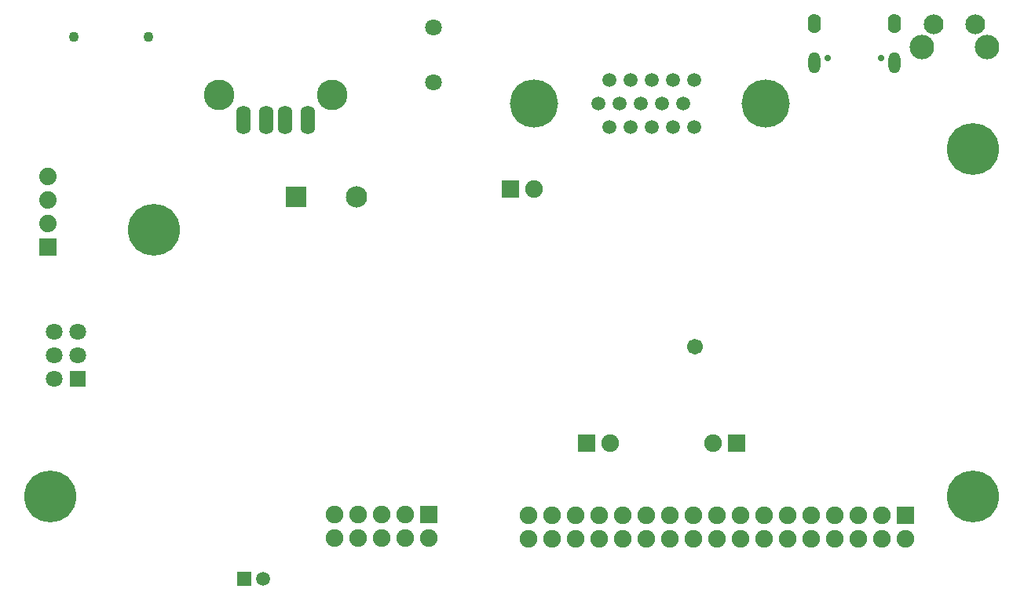
<source format=gbr>
G04 #@! TF.GenerationSoftware,KiCad,Pcbnew,5.1.0-rc2-unknown-036be7d~80~ubuntu16.04.1*
G04 #@! TF.CreationDate,2022-11-30T14:58:32+02:00*
G04 #@! TF.ProjectId,AgonLight2_Rev_A,41676f6e-4c69-4676-9874-325f5265765f,rev?*
G04 #@! TF.SameCoordinates,Original*
G04 #@! TF.FileFunction,Soldermask,Bot*
G04 #@! TF.FilePolarity,Negative*
%FSLAX46Y46*%
G04 Gerber Fmt 4.6, Leading zero omitted, Abs format (unit mm)*
G04 Created by KiCad (PCBNEW 5.1.0-rc2-unknown-036be7d~80~ubuntu16.04.1) date 2022-11-30 14:58:32*
%MOMM*%
%LPD*%
G04 APERTURE LIST*
%ADD10C,1.801600*%
%ADD11R,1.801600X1.801600*%
%ADD12C,1.901600*%
%ADD13R,1.901600X1.901600*%
%ADD14R,1.851600X1.851600*%
%ADD15R,2.301600X2.301600*%
%ADD16C,2.301600*%
%ADD17C,2.133600*%
%ADD18C,2.641600*%
%ADD19C,5.201600*%
%ADD20C,1.501600*%
%ADD21R,1.879600X1.879600*%
%ADD22C,1.879600*%
%ADD23C,1.101600*%
%ADD24C,1.701600*%
%ADD25O,1.301600X2.301600*%
%ADD26C,0.701600*%
%ADD27O,1.401600X2.101600*%
%ADD28C,3.301600*%
%ADD29O,1.601600X3.101600*%
%ADD30R,1.501600X1.501600*%
%ADD31C,5.601600*%
G04 APERTURE END LIST*
D10*
X53730000Y-120960000D03*
X56270000Y-120960000D03*
X53730000Y-123500000D03*
X56270000Y-123500000D03*
X53730000Y-126040000D03*
D11*
X56270000Y-126040000D03*
D12*
X105410000Y-105537000D03*
D13*
X102870000Y-105537000D03*
D12*
X83920000Y-143270000D03*
X83920000Y-140730000D03*
X86460000Y-143270000D03*
X86460000Y-140730000D03*
X89000000Y-143270000D03*
X89000000Y-140730000D03*
X91540000Y-143270000D03*
X91540000Y-140730000D03*
X94080000Y-143270000D03*
D14*
X94080000Y-140730000D03*
D15*
X79808000Y-106400000D03*
D16*
X86308000Y-106400000D03*
D17*
X153060600Y-87755400D03*
X148539400Y-87755400D03*
D18*
X154305200Y-90244600D03*
X147294800Y-90244600D03*
D19*
X105403000Y-96310000D03*
X130397000Y-96310000D03*
D20*
X122715000Y-93770000D03*
X120429000Y-93770000D03*
X118143000Y-93770000D03*
X115857000Y-93770000D03*
X113571000Y-93770000D03*
X121572000Y-96310000D03*
X119286000Y-96310000D03*
X117000000Y-96310000D03*
X114714000Y-96310000D03*
X112428000Y-96310000D03*
X122715000Y-98850000D03*
X120429000Y-98850000D03*
X118143000Y-98850000D03*
X115857000Y-98850000D03*
X113571000Y-98850000D03*
D21*
X53000000Y-111810000D03*
D22*
X53000000Y-109270000D03*
X53000000Y-106730000D03*
X53000000Y-104190000D03*
D10*
X94600000Y-94100000D03*
X94600000Y-88100000D03*
D13*
X111125000Y-132969000D03*
D12*
X113665000Y-132969000D03*
X124714000Y-132969000D03*
D13*
X127254000Y-132969000D03*
D23*
X63853000Y-89167800D03*
X55852000Y-89167800D03*
D24*
X122809000Y-122555000D03*
D25*
X144320000Y-91930000D03*
D26*
X142890000Y-91430000D03*
D27*
X144320000Y-87750000D03*
X135680000Y-87750000D03*
D25*
X135680000Y-91930000D03*
D26*
X137110000Y-91430000D03*
D28*
X83670000Y-95400000D03*
X71530000Y-95400000D03*
D29*
X81100000Y-98110000D03*
X78600000Y-98110000D03*
X76600000Y-98110000D03*
X74100000Y-98110000D03*
D20*
X76203300Y-147645320D03*
D30*
X74191620Y-147647860D03*
D31*
X53300000Y-138800000D03*
X152800000Y-101300000D03*
X64500000Y-110000000D03*
X152800000Y-138800000D03*
D12*
X120120000Y-140830000D03*
X117580000Y-140830000D03*
X117580000Y-143370000D03*
X120120000Y-143370000D03*
X112500000Y-140830000D03*
X109960000Y-143370000D03*
X112500000Y-143370000D03*
X109960000Y-140830000D03*
X104880000Y-140830000D03*
X107420000Y-143370000D03*
X107420000Y-140830000D03*
X104880000Y-143370000D03*
X115040000Y-140830000D03*
X115040000Y-143370000D03*
X122660000Y-140830000D03*
X122660000Y-143370000D03*
X125200000Y-140830000D03*
X125200000Y-143370000D03*
X127740000Y-140830000D03*
X127740000Y-143370000D03*
X130280000Y-140830000D03*
X130280000Y-143370000D03*
X132820000Y-140830000D03*
X132820000Y-143370000D03*
X135360000Y-143370000D03*
X135360000Y-140830000D03*
X137900000Y-143370000D03*
X137900000Y-140830000D03*
X140440000Y-143370000D03*
X140440000Y-140830000D03*
X142980000Y-143370000D03*
X142980000Y-140830000D03*
X145520000Y-143370000D03*
D14*
X145520000Y-140830000D03*
M02*

</source>
